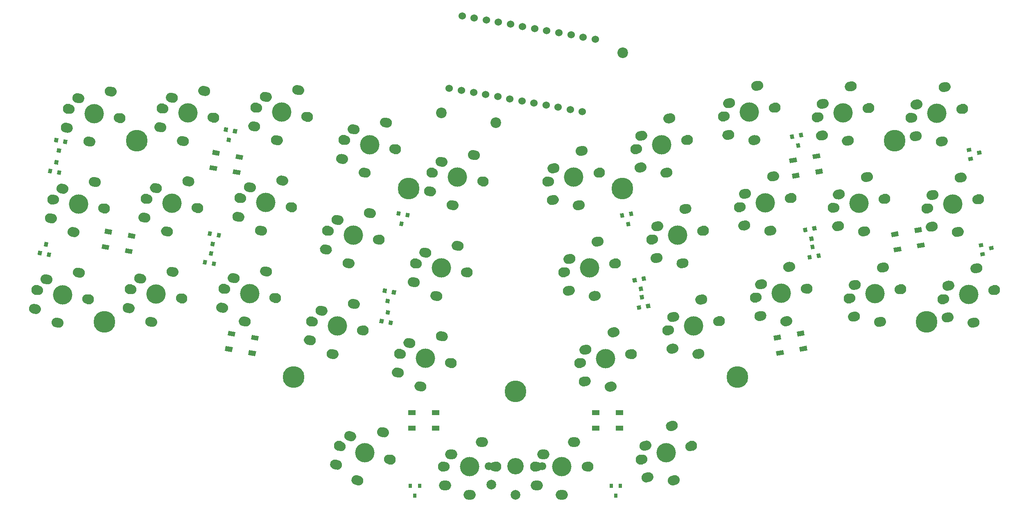
<source format=gbs>
G04 #@! TF.GenerationSoftware,KiCad,Pcbnew,(5.1.10-1-10_14)*
G04 #@! TF.CreationDate,2021-11-21T17:36:23-05:00*
G04 #@! TF.ProjectId,reviung34,72657669-756e-4673-9334-2e6b69636164,1*
G04 #@! TF.SameCoordinates,Original*
G04 #@! TF.FileFunction,Soldermask,Bot*
G04 #@! TF.FilePolarity,Negative*
%FSLAX46Y46*%
G04 Gerber Fmt 4.6, Leading zero omitted, Abs format (unit mm)*
G04 Created by KiCad (PCBNEW (5.1.10-1-10_14)) date 2021-11-21 17:36:23*
%MOMM*%
%LPD*%
G01*
G04 APERTURE LIST*
%ADD10C,0.150000*%
%ADD11C,1.700000*%
%ADD12C,2.000000*%
%ADD13C,3.400000*%
%ADD14C,4.000000*%
%ADD15C,2.100000*%
%ADD16C,1.900000*%
%ADD17C,1.524000*%
%ADD18O,2.500000X2.000000*%
%ADD19R,0.800000X0.900000*%
%ADD20R,1.500000X1.000000*%
%ADD21C,2.200000*%
%ADD22C,4.500000*%
G04 APERTURE END LIST*
D10*
G36*
X43278329Y-63030415D02*
G01*
X42490483Y-62891496D01*
X42646767Y-62005169D01*
X43434613Y-62144088D01*
X43278329Y-63030415D01*
G37*
G36*
X41995465Y-64835065D02*
G01*
X41207619Y-64696146D01*
X41363903Y-63809819D01*
X42151749Y-63948738D01*
X41995465Y-64835065D01*
G37*
G36*
X43866600Y-65164997D02*
G01*
X43078754Y-65026078D01*
X43235038Y-64139751D01*
X44022884Y-64278670D01*
X43866600Y-65164997D01*
G37*
D11*
X143370000Y-125460000D03*
X132370000Y-125460000D03*
D12*
X132870000Y-129260000D03*
X137870000Y-131360000D03*
D13*
X137870000Y-125460000D03*
G36*
G01*
X82639243Y-54878085D02*
X82639243Y-54878085D01*
G75*
G02*
X83797699Y-54066925I984808J-173648D01*
G01*
X84290103Y-54153749D01*
G75*
G02*
X85101263Y-55312205I-173648J-984808D01*
G01*
X85101263Y-55312205D01*
G75*
G02*
X83942807Y-56123365I-984808J173648D01*
G01*
X83450403Y-56036541D01*
G75*
G02*
X82639243Y-54878085I173648J984808D01*
G01*
G37*
D14*
X89570000Y-52140000D03*
D15*
X84153557Y-51184935D03*
X94986443Y-53095065D03*
G36*
G01*
X87314466Y-57733306D02*
X87314466Y-57733306D01*
G75*
G02*
X88472922Y-56922146I984808J-173648D01*
G01*
X88965326Y-57008970D01*
G75*
G02*
X89776486Y-58167426I-173648J-984808D01*
G01*
X89776486Y-58167426D01*
G75*
G02*
X88618030Y-58978586I-984808J173648D01*
G01*
X88125626Y-58891762D01*
G75*
G02*
X87314466Y-57733306I173648J984808D01*
G01*
G37*
G36*
G01*
X91722534Y-47361183D02*
X91722534Y-47361183D01*
G75*
G02*
X92880990Y-46550023I984808J-173648D01*
G01*
X93373394Y-46636847D01*
G75*
G02*
X94184554Y-47795303I-173648J-984808D01*
G01*
X94184554Y-47795303D01*
G75*
G02*
X93026098Y-48606463I-984808J173648D01*
G01*
X92533694Y-48519639D01*
G75*
G02*
X91722534Y-47361183I173648J984808D01*
G01*
G37*
G36*
G01*
X85027939Y-48759929D02*
X85027939Y-48759929D01*
G75*
G02*
X86186395Y-47948769I984808J-173648D01*
G01*
X86678799Y-48035593D01*
G75*
G02*
X87489959Y-49194049I-173648J-984808D01*
G01*
X87489959Y-49194049D01*
G75*
G02*
X86331503Y-50005209I-984808J173648D01*
G01*
X85839099Y-49918385D01*
G75*
G02*
X85027939Y-48759929I173648J984808D01*
G01*
G37*
D16*
X94572823Y-53022133D03*
X84567177Y-51257867D03*
D17*
X124212234Y-47170930D03*
X126713646Y-47611996D03*
X129215057Y-48053063D03*
X131716469Y-48494129D03*
X134217881Y-48935195D03*
X136719292Y-49376262D03*
X139220704Y-49817328D03*
X141722116Y-50258395D03*
X144223527Y-50699461D03*
X146724939Y-51140527D03*
X149226351Y-51581594D03*
X151727762Y-52022660D03*
X154370688Y-37033886D03*
X151869276Y-36592820D03*
X149367864Y-36151753D03*
X146866453Y-35710687D03*
X144365041Y-35269621D03*
X141863629Y-34828554D03*
X139362218Y-34387488D03*
X136860806Y-33946421D03*
X134359394Y-33505355D03*
X131857982Y-33064289D03*
X129356571Y-32623222D03*
X126855159Y-32182156D03*
G36*
G01*
X180683698Y-57063416D02*
X180683698Y-57063416D01*
G75*
G02*
X181494858Y-55904960I984808J173648D01*
G01*
X181987262Y-55818136D01*
G75*
G02*
X183145718Y-56629296I173648J-984808D01*
G01*
X183145718Y-56629296D01*
G75*
G02*
X182334558Y-57787752I-984808J-173648D01*
G01*
X181842154Y-57874576D01*
G75*
G02*
X180683698Y-57063416I-173648J984808D01*
G01*
G37*
D14*
X186260000Y-52120000D03*
D15*
X180843557Y-53075065D03*
X191676443Y-51164935D03*
G36*
G01*
X186053514Y-58147426D02*
X186053514Y-58147426D01*
G75*
G02*
X186864674Y-56988970I984808J173648D01*
G01*
X187357078Y-56902146D01*
G75*
G02*
X188515534Y-57713306I173648J-984808D01*
G01*
X188515534Y-57713306D01*
G75*
G02*
X187704374Y-58871762I-984808J-173648D01*
G01*
X187211970Y-58958586D01*
G75*
G02*
X186053514Y-58147426I-173648J984808D01*
G01*
G37*
G36*
G01*
X186648269Y-46893170D02*
X186648269Y-46893170D01*
G75*
G02*
X187459429Y-45734714I984808J173648D01*
G01*
X187951833Y-45647890D01*
G75*
G02*
X189110289Y-46459050I173648J-984808D01*
G01*
X189110289Y-46459050D01*
G75*
G02*
X188299129Y-47617506I-984808J-173648D01*
G01*
X187806725Y-47704330D01*
G75*
G02*
X186648269Y-46893170I-173648J984808D01*
G01*
G37*
G36*
G01*
X180835806Y-50497248D02*
X180835806Y-50497248D01*
G75*
G02*
X181646966Y-49338792I984808J173648D01*
G01*
X182139370Y-49251968D01*
G75*
G02*
X183297826Y-50063128I173648J-984808D01*
G01*
X183297826Y-50063128D01*
G75*
G02*
X182486666Y-51221584I-984808J-173648D01*
G01*
X181994262Y-51308408D01*
G75*
G02*
X180835806Y-50497248I-173648J984808D01*
G01*
G37*
D16*
X191262823Y-51237867D03*
X181257177Y-53002133D03*
G36*
G01*
X163965766Y-128070612D02*
X163965766Y-128070612D01*
G75*
G02*
X164672873Y-126845867I965926J258819D01*
G01*
X165155835Y-126716457D01*
G75*
G02*
X166380580Y-127423564I258819J-965926D01*
G01*
X166380580Y-127423564D01*
G75*
G02*
X165673473Y-128648309I-965926J-258819D01*
G01*
X165190511Y-128777719D01*
G75*
G02*
X163965766Y-128070612I-258819J965926D01*
G01*
G37*
D14*
X169090000Y-122660000D03*
D15*
X163777408Y-124083505D03*
X174402592Y-121236495D03*
G36*
G01*
X169409625Y-128682486D02*
X169409625Y-128682486D01*
G75*
G02*
X170116732Y-127457741I965926J258819D01*
G01*
X170599694Y-127328331D01*
G75*
G02*
X171824439Y-128035438I258819J-965926D01*
G01*
X171824439Y-128035438D01*
G75*
G02*
X171117332Y-129260183I-965926J-258819D01*
G01*
X170634370Y-129389593D01*
G75*
G02*
X169409625Y-128682486I-258819J965926D01*
G01*
G37*
G36*
G01*
X169021244Y-117419220D02*
X169021244Y-117419220D01*
G75*
G02*
X169728351Y-116194475I965926J258819D01*
G01*
X170211313Y-116065065D01*
G75*
G02*
X171436058Y-116772172I258819J-965926D01*
G01*
X171436058Y-116772172D01*
G75*
G02*
X170728951Y-117996917I-965926J-258819D01*
G01*
X170245989Y-118126327D01*
G75*
G02*
X169021244Y-117419220I-258819J965926D01*
G01*
G37*
G36*
G01*
X163545015Y-121516173D02*
X163545015Y-121516173D01*
G75*
G02*
X164252122Y-120291428I965926J258819D01*
G01*
X164735084Y-120162018D01*
G75*
G02*
X165959829Y-120869125I258819J-965926D01*
G01*
X165959829Y-120869125D01*
G75*
G02*
X165252722Y-122093870I-965926J-258819D01*
G01*
X164769760Y-122223280D01*
G75*
G02*
X163545015Y-121516173I-258819J965926D01*
G01*
G37*
D16*
X173996903Y-121345199D03*
X164183097Y-123974801D03*
D18*
X142330000Y-129400000D03*
D14*
X147430000Y-125500000D03*
D15*
X141930000Y-125500000D03*
X152930000Y-125500000D03*
D18*
X147430000Y-131400000D03*
X149970000Y-120420000D03*
X143620000Y-122960000D03*
D16*
X152510000Y-125500000D03*
X142350000Y-125500000D03*
D18*
X123290000Y-129400000D03*
D14*
X128390000Y-125500000D03*
D15*
X122890000Y-125500000D03*
X133890000Y-125500000D03*
D18*
X128390000Y-131400000D03*
X130930000Y-120420000D03*
X124580000Y-122960000D03*
D16*
X133470000Y-125500000D03*
X123310000Y-125500000D03*
D10*
G36*
X235919304Y-80742817D02*
G01*
X235780385Y-79954971D01*
X236666712Y-79798687D01*
X236805631Y-80586533D01*
X235919304Y-80742817D01*
G37*
G36*
X233784722Y-80154546D02*
G01*
X233645803Y-79366700D01*
X234532130Y-79210416D01*
X234671049Y-79998262D01*
X233784722Y-80154546D01*
G37*
G36*
X234114654Y-82025681D02*
G01*
X233975735Y-81237835D01*
X234862062Y-81081551D01*
X235000981Y-81869397D01*
X234114654Y-82025681D01*
G37*
G36*
X233430104Y-60994317D02*
G01*
X233291185Y-60206471D01*
X234177512Y-60050187D01*
X234316431Y-60838033D01*
X233430104Y-60994317D01*
G37*
G36*
X231295522Y-60406046D02*
G01*
X231156603Y-59618200D01*
X232042930Y-59461916D01*
X232181849Y-60249762D01*
X231295522Y-60406046D01*
G37*
G36*
X231625454Y-62277181D02*
G01*
X231486535Y-61489335D01*
X232372862Y-61333051D01*
X232511781Y-62120897D01*
X231625454Y-62277181D01*
G37*
G36*
X199767217Y-80417496D02*
G01*
X198979371Y-80556415D01*
X198823087Y-79670088D01*
X199610933Y-79531169D01*
X199767217Y-80417496D01*
G37*
G36*
X199178946Y-82552078D02*
G01*
X198391100Y-82690997D01*
X198234816Y-81804670D01*
X199022662Y-81665751D01*
X199178946Y-82552078D01*
G37*
G36*
X201050081Y-82222146D02*
G01*
X200262235Y-82361065D01*
X200105951Y-81474738D01*
X200893797Y-81335819D01*
X201050081Y-82222146D01*
G37*
G36*
X164512017Y-90831496D02*
G01*
X163724171Y-90970415D01*
X163567887Y-90084088D01*
X164355733Y-89945169D01*
X164512017Y-90831496D01*
G37*
G36*
X163923746Y-92966078D02*
G01*
X163135900Y-93104997D01*
X162979616Y-92218670D01*
X163767462Y-92079751D01*
X163923746Y-92966078D01*
G37*
G36*
X165794881Y-92636146D02*
G01*
X165007035Y-92775065D01*
X164850751Y-91888738D01*
X165638597Y-91749819D01*
X165794881Y-92636146D01*
G37*
G36*
X198636983Y-77956704D02*
G01*
X199424829Y-77817785D01*
X199581113Y-78704112D01*
X198793267Y-78843031D01*
X198636983Y-77956704D01*
G37*
G36*
X199225254Y-75822122D02*
G01*
X200013100Y-75683203D01*
X200169384Y-76569530D01*
X199381538Y-76708449D01*
X199225254Y-75822122D01*
G37*
G36*
X197354119Y-76152054D02*
G01*
X198141965Y-76013135D01*
X198298249Y-76899462D01*
X197510403Y-77038381D01*
X197354119Y-76152054D01*
G37*
G36*
X163343683Y-88358004D02*
G01*
X164131529Y-88219085D01*
X164287813Y-89105412D01*
X163499967Y-89244331D01*
X163343683Y-88358004D01*
G37*
G36*
X163931954Y-86223422D02*
G01*
X164719800Y-86084503D01*
X164876084Y-86970830D01*
X164088238Y-87109749D01*
X163931954Y-86223422D01*
G37*
G36*
X162060819Y-86553354D02*
G01*
X162848665Y-86414435D01*
X163004949Y-87300762D01*
X162217103Y-87439681D01*
X162060819Y-86553354D01*
G37*
G36*
X195893783Y-58652704D02*
G01*
X196681629Y-58513785D01*
X196837913Y-59400112D01*
X196050067Y-59539031D01*
X195893783Y-58652704D01*
G37*
G36*
X196482054Y-56518122D02*
G01*
X197269900Y-56379203D01*
X197426184Y-57265530D01*
X196638338Y-57404449D01*
X196482054Y-56518122D01*
G37*
G36*
X194610919Y-56848054D02*
G01*
X195398765Y-56709135D01*
X195555049Y-57595462D01*
X194767203Y-57734381D01*
X194610919Y-56848054D01*
G37*
G36*
X160752883Y-74946804D02*
G01*
X161540729Y-74807885D01*
X161697013Y-75694212D01*
X160909167Y-75833131D01*
X160752883Y-74946804D01*
G37*
G36*
X161341154Y-72812222D02*
G01*
X162129000Y-72673303D01*
X162285284Y-73559630D01*
X161497438Y-73698549D01*
X161341154Y-72812222D01*
G37*
G36*
X159470019Y-73142154D02*
G01*
X160257865Y-73003235D01*
X160414149Y-73889562D01*
X159626303Y-74028481D01*
X159470019Y-73142154D01*
G37*
G36*
X111807529Y-94120015D02*
G01*
X111019683Y-93981096D01*
X111175967Y-93094769D01*
X111963813Y-93233688D01*
X111807529Y-94120015D01*
G37*
G36*
X110524665Y-95924665D02*
G01*
X109736819Y-95785746D01*
X109893103Y-94899419D01*
X110680949Y-95038338D01*
X110524665Y-95924665D01*
G37*
G36*
X112395800Y-96254597D02*
G01*
X111607954Y-96115678D01*
X111764238Y-95229351D01*
X112552084Y-95368270D01*
X112395800Y-96254597D01*
G37*
G36*
X111146171Y-90720985D02*
G01*
X111934017Y-90859904D01*
X111777733Y-91746231D01*
X110989887Y-91607312D01*
X111146171Y-90720985D01*
G37*
G36*
X112429035Y-88916335D02*
G01*
X113216881Y-89055254D01*
X113060597Y-89941581D01*
X112272751Y-89802662D01*
X112429035Y-88916335D01*
G37*
G36*
X110557900Y-88586403D02*
G01*
X111345746Y-88725322D01*
X111189462Y-89611649D01*
X110401616Y-89472730D01*
X110557900Y-88586403D01*
G37*
G36*
X113990971Y-74744385D02*
G01*
X114778817Y-74883304D01*
X114622533Y-75769631D01*
X113834687Y-75630712D01*
X113990971Y-74744385D01*
G37*
G36*
X115273835Y-72939735D02*
G01*
X116061681Y-73078654D01*
X115905397Y-73964981D01*
X115117551Y-73826062D01*
X115273835Y-72939735D01*
G37*
G36*
X113402700Y-72609803D02*
G01*
X114190546Y-72748722D01*
X114034262Y-73635049D01*
X113246416Y-73496130D01*
X113402700Y-72609803D01*
G37*
G36*
G01*
X99586977Y-124793610D02*
X99586977Y-124793610D01*
G75*
G02*
X100811722Y-124086503I965926J-258819D01*
G01*
X101294684Y-124215913D01*
G75*
G02*
X102001791Y-125440658I-258819J-965926D01*
G01*
X102001791Y-125440658D01*
G75*
G02*
X100777046Y-126147765I-965926J258819D01*
G01*
X100294084Y-126018355D01*
G75*
G02*
X99586977Y-124793610I258819J965926D01*
G01*
G37*
D14*
X106730000Y-122670000D03*
D15*
X101417408Y-121246495D03*
X112042592Y-124093505D03*
G36*
G01*
X103995561Y-128045438D02*
X103995561Y-128045438D01*
G75*
G02*
X105220306Y-127338331I965926J-258819D01*
G01*
X105703268Y-127467741D01*
G75*
G02*
X106410375Y-128692486I-258819J-965926D01*
G01*
X106410375Y-128692486D01*
G75*
G02*
X105185630Y-129399593I-965926J258819D01*
G01*
X104702668Y-129270183D01*
G75*
G02*
X103995561Y-128045438I258819J965926D01*
G01*
G37*
G36*
G01*
X109290845Y-118096973D02*
X109290845Y-118096973D01*
G75*
G02*
X110515590Y-117389866I965926J-258819D01*
G01*
X110998552Y-117519276D01*
G75*
G02*
X111705659Y-118744021I-258819J-965926D01*
G01*
X111705659Y-118744021D01*
G75*
G02*
X110480914Y-119451128I-965926J258819D01*
G01*
X109997952Y-119321718D01*
G75*
G02*
X109290845Y-118096973I258819J965926D01*
G01*
G37*
G36*
G01*
X102499816Y-118906924D02*
X102499816Y-118906924D01*
G75*
G02*
X103724561Y-118199817I965926J-258819D01*
G01*
X104207523Y-118329227D01*
G75*
G02*
X104914630Y-119553972I-258819J-965926D01*
G01*
X104914630Y-119553972D01*
G75*
G02*
X103689885Y-120261079I-965926J258819D01*
G01*
X103206923Y-120131669D01*
G75*
G02*
X102499816Y-118906924I258819J965926D01*
G01*
G37*
D16*
X111636903Y-123984801D03*
X101823097Y-121355199D03*
D19*
X158625600Y-131500000D03*
X159575600Y-129500000D03*
X157675600Y-129500000D03*
X117100000Y-131500000D03*
X118050000Y-129500000D03*
X116150000Y-129500000D03*
D10*
G36*
X75256929Y-81915315D02*
G01*
X74469083Y-81776396D01*
X74625367Y-80890069D01*
X75413213Y-81028988D01*
X75256929Y-81915315D01*
G37*
G36*
X73974065Y-83719965D02*
G01*
X73186219Y-83581046D01*
X73342503Y-82694719D01*
X74130349Y-82833638D01*
X73974065Y-83719965D01*
G37*
G36*
X75845200Y-84049897D02*
G01*
X75057354Y-83910978D01*
X75213638Y-83024651D01*
X76001484Y-83163570D01*
X75845200Y-84049897D01*
G37*
G36*
X41119329Y-80023015D02*
G01*
X40331483Y-79884096D01*
X40487767Y-78997769D01*
X41275613Y-79136688D01*
X41119329Y-80023015D01*
G37*
G36*
X39836465Y-81827665D02*
G01*
X39048619Y-81688746D01*
X39204903Y-80802419D01*
X39992749Y-80941338D01*
X39836465Y-81827665D01*
G37*
G36*
X41707600Y-82157597D02*
G01*
X40919754Y-82018678D01*
X41076038Y-81132351D01*
X41863884Y-81271270D01*
X41707600Y-82157597D01*
G37*
G36*
X74938471Y-78922685D02*
G01*
X75726317Y-79061604D01*
X75570033Y-79947931D01*
X74782187Y-79809012D01*
X74938471Y-78922685D01*
G37*
G36*
X76221335Y-77118035D02*
G01*
X77009181Y-77256954D01*
X76852897Y-78143281D01*
X76065051Y-78004362D01*
X76221335Y-77118035D01*
G37*
G36*
X74350200Y-76788103D02*
G01*
X75138046Y-76927022D01*
X74981762Y-77813349D01*
X74193916Y-77674430D01*
X74350200Y-76788103D01*
G37*
G36*
X78291271Y-57370785D02*
G01*
X79079117Y-57509704D01*
X78922833Y-58396031D01*
X78134987Y-58257112D01*
X78291271Y-57370785D01*
G37*
G36*
X79574135Y-55566135D02*
G01*
X80361981Y-55705054D01*
X80205697Y-56591381D01*
X79417851Y-56452462D01*
X79574135Y-55566135D01*
G37*
G36*
X77703000Y-55236203D02*
G01*
X78490846Y-55375122D01*
X78334562Y-56261449D01*
X77546716Y-56122530D01*
X77703000Y-55236203D01*
G37*
G36*
X43175771Y-59567885D02*
G01*
X43963617Y-59706804D01*
X43807333Y-60593131D01*
X43019487Y-60454212D01*
X43175771Y-59567885D01*
G37*
G36*
X44458635Y-57763235D02*
G01*
X45246481Y-57902154D01*
X45090197Y-58788481D01*
X44302351Y-58649562D01*
X44458635Y-57763235D01*
G37*
G36*
X42587500Y-57433303D02*
G01*
X43375346Y-57572222D01*
X43219062Y-58458549D01*
X42431216Y-58319630D01*
X42587500Y-57433303D01*
G37*
G36*
G01*
X226013698Y-94853416D02*
X226013698Y-94853416D01*
G75*
G02*
X226824858Y-93694960I984808J173648D01*
G01*
X227317262Y-93608136D01*
G75*
G02*
X228475718Y-94419296I173648J-984808D01*
G01*
X228475718Y-94419296D01*
G75*
G02*
X227664558Y-95577752I-984808J-173648D01*
G01*
X227172154Y-95664576D01*
G75*
G02*
X226013698Y-94853416I-173648J984808D01*
G01*
G37*
D14*
X231590000Y-89910000D03*
D15*
X226173557Y-90865065D03*
X237006443Y-88954935D03*
G36*
G01*
X231383514Y-95937426D02*
X231383514Y-95937426D01*
G75*
G02*
X232194674Y-94778970I984808J173648D01*
G01*
X232687078Y-94692146D01*
G75*
G02*
X233845534Y-95503306I173648J-984808D01*
G01*
X233845534Y-95503306D01*
G75*
G02*
X233034374Y-96661762I-984808J-173648D01*
G01*
X232541970Y-96748586D01*
G75*
G02*
X231383514Y-95937426I-173648J984808D01*
G01*
G37*
G36*
G01*
X231978269Y-84683170D02*
X231978269Y-84683170D01*
G75*
G02*
X232789429Y-83524714I984808J173648D01*
G01*
X233281833Y-83437890D01*
G75*
G02*
X234440289Y-84249050I173648J-984808D01*
G01*
X234440289Y-84249050D01*
G75*
G02*
X233629129Y-85407506I-984808J-173648D01*
G01*
X233136725Y-85494330D01*
G75*
G02*
X231978269Y-84683170I-173648J984808D01*
G01*
G37*
G36*
G01*
X226165806Y-88287248D02*
X226165806Y-88287248D01*
G75*
G02*
X226976966Y-87128792I984808J173648D01*
G01*
X227469370Y-87041968D01*
G75*
G02*
X228627826Y-87853128I173648J-984808D01*
G01*
X228627826Y-87853128D01*
G75*
G02*
X227816666Y-89011584I-984808J-173648D01*
G01*
X227324262Y-89098408D01*
G75*
G02*
X226165806Y-88287248I-173648J984808D01*
G01*
G37*
D16*
X236592823Y-89027867D03*
X226587177Y-90792133D03*
G36*
G01*
X222743698Y-76073416D02*
X222743698Y-76073416D01*
G75*
G02*
X223554858Y-74914960I984808J173648D01*
G01*
X224047262Y-74828136D01*
G75*
G02*
X225205718Y-75639296I173648J-984808D01*
G01*
X225205718Y-75639296D01*
G75*
G02*
X224394558Y-76797752I-984808J-173648D01*
G01*
X223902154Y-76884576D01*
G75*
G02*
X222743698Y-76073416I-173648J984808D01*
G01*
G37*
D14*
X228320000Y-71130000D03*
D15*
X222903557Y-72085065D03*
X233736443Y-70174935D03*
G36*
G01*
X228113514Y-77157426D02*
X228113514Y-77157426D01*
G75*
G02*
X228924674Y-75998970I984808J173648D01*
G01*
X229417078Y-75912146D01*
G75*
G02*
X230575534Y-76723306I173648J-984808D01*
G01*
X230575534Y-76723306D01*
G75*
G02*
X229764374Y-77881762I-984808J-173648D01*
G01*
X229271970Y-77968586D01*
G75*
G02*
X228113514Y-77157426I-173648J984808D01*
G01*
G37*
G36*
G01*
X228708269Y-65903170D02*
X228708269Y-65903170D01*
G75*
G02*
X229519429Y-64744714I984808J173648D01*
G01*
X230011833Y-64657890D01*
G75*
G02*
X231170289Y-65469050I173648J-984808D01*
G01*
X231170289Y-65469050D01*
G75*
G02*
X230359129Y-66627506I-984808J-173648D01*
G01*
X229866725Y-66714330D01*
G75*
G02*
X228708269Y-65903170I-173648J984808D01*
G01*
G37*
G36*
G01*
X222895806Y-69507248D02*
X222895806Y-69507248D01*
G75*
G02*
X223706966Y-68348792I984808J173648D01*
G01*
X224199370Y-68261968D01*
G75*
G02*
X225357826Y-69073128I173648J-984808D01*
G01*
X225357826Y-69073128D01*
G75*
G02*
X224546666Y-70231584I-984808J-173648D01*
G01*
X224054262Y-70318408D01*
G75*
G02*
X222895806Y-69507248I-173648J984808D01*
G01*
G37*
D16*
X233322823Y-70247867D03*
X223317177Y-72012133D03*
G36*
G01*
X219433698Y-57333416D02*
X219433698Y-57333416D01*
G75*
G02*
X220244858Y-56174960I984808J173648D01*
G01*
X220737262Y-56088136D01*
G75*
G02*
X221895718Y-56899296I173648J-984808D01*
G01*
X221895718Y-56899296D01*
G75*
G02*
X221084558Y-58057752I-984808J-173648D01*
G01*
X220592154Y-58144576D01*
G75*
G02*
X219433698Y-57333416I-173648J984808D01*
G01*
G37*
D14*
X225010000Y-52390000D03*
D15*
X219593557Y-53345065D03*
X230426443Y-51434935D03*
G36*
G01*
X224803514Y-58417426D02*
X224803514Y-58417426D01*
G75*
G02*
X225614674Y-57258970I984808J173648D01*
G01*
X226107078Y-57172146D01*
G75*
G02*
X227265534Y-57983306I173648J-984808D01*
G01*
X227265534Y-57983306D01*
G75*
G02*
X226454374Y-59141762I-984808J-173648D01*
G01*
X225961970Y-59228586D01*
G75*
G02*
X224803514Y-58417426I-173648J984808D01*
G01*
G37*
G36*
G01*
X225398269Y-47163170D02*
X225398269Y-47163170D01*
G75*
G02*
X226209429Y-46004714I984808J173648D01*
G01*
X226701833Y-45917890D01*
G75*
G02*
X227860289Y-46729050I173648J-984808D01*
G01*
X227860289Y-46729050D01*
G75*
G02*
X227049129Y-47887506I-984808J-173648D01*
G01*
X226556725Y-47974330D01*
G75*
G02*
X225398269Y-47163170I-173648J984808D01*
G01*
G37*
G36*
G01*
X219585806Y-50767248D02*
X219585806Y-50767248D01*
G75*
G02*
X220396966Y-49608792I984808J173648D01*
G01*
X220889370Y-49521968D01*
G75*
G02*
X222047826Y-50333128I173648J-984808D01*
G01*
X222047826Y-50333128D01*
G75*
G02*
X221236666Y-51491584I-984808J-173648D01*
G01*
X220744262Y-51578408D01*
G75*
G02*
X219585806Y-50767248I-173648J984808D01*
G01*
G37*
D16*
X230012823Y-51507867D03*
X220007177Y-53272133D03*
G36*
G01*
X206673698Y-94693416D02*
X206673698Y-94693416D01*
G75*
G02*
X207484858Y-93534960I984808J173648D01*
G01*
X207977262Y-93448136D01*
G75*
G02*
X209135718Y-94259296I173648J-984808D01*
G01*
X209135718Y-94259296D01*
G75*
G02*
X208324558Y-95417752I-984808J-173648D01*
G01*
X207832154Y-95504576D01*
G75*
G02*
X206673698Y-94693416I-173648J984808D01*
G01*
G37*
D14*
X212250000Y-89750000D03*
D15*
X206833557Y-90705065D03*
X217666443Y-88794935D03*
G36*
G01*
X212043514Y-95777426D02*
X212043514Y-95777426D01*
G75*
G02*
X212854674Y-94618970I984808J173648D01*
G01*
X213347078Y-94532146D01*
G75*
G02*
X214505534Y-95343306I173648J-984808D01*
G01*
X214505534Y-95343306D01*
G75*
G02*
X213694374Y-96501762I-984808J-173648D01*
G01*
X213201970Y-96588586D01*
G75*
G02*
X212043514Y-95777426I-173648J984808D01*
G01*
G37*
G36*
G01*
X212638269Y-84523170D02*
X212638269Y-84523170D01*
G75*
G02*
X213449429Y-83364714I984808J173648D01*
G01*
X213941833Y-83277890D01*
G75*
G02*
X215100289Y-84089050I173648J-984808D01*
G01*
X215100289Y-84089050D01*
G75*
G02*
X214289129Y-85247506I-984808J-173648D01*
G01*
X213796725Y-85334330D01*
G75*
G02*
X212638269Y-84523170I-173648J984808D01*
G01*
G37*
G36*
G01*
X206825806Y-88127248D02*
X206825806Y-88127248D01*
G75*
G02*
X207636966Y-86968792I984808J173648D01*
G01*
X208129370Y-86881968D01*
G75*
G02*
X209287826Y-87693128I173648J-984808D01*
G01*
X209287826Y-87693128D01*
G75*
G02*
X208476666Y-88851584I-984808J-173648D01*
G01*
X207984262Y-88938408D01*
G75*
G02*
X206825806Y-88127248I-173648J984808D01*
G01*
G37*
D16*
X217252823Y-88867867D03*
X207247177Y-90632133D03*
G36*
G01*
X187293698Y-94563416D02*
X187293698Y-94563416D01*
G75*
G02*
X188104858Y-93404960I984808J173648D01*
G01*
X188597262Y-93318136D01*
G75*
G02*
X189755718Y-94129296I173648J-984808D01*
G01*
X189755718Y-94129296D01*
G75*
G02*
X188944558Y-95287752I-984808J-173648D01*
G01*
X188452154Y-95374576D01*
G75*
G02*
X187293698Y-94563416I-173648J984808D01*
G01*
G37*
D14*
X192870000Y-89620000D03*
D15*
X187453557Y-90575065D03*
X198286443Y-88664935D03*
G36*
G01*
X192663514Y-95647426D02*
X192663514Y-95647426D01*
G75*
G02*
X193474674Y-94488970I984808J173648D01*
G01*
X193967078Y-94402146D01*
G75*
G02*
X195125534Y-95213306I173648J-984808D01*
G01*
X195125534Y-95213306D01*
G75*
G02*
X194314374Y-96371762I-984808J-173648D01*
G01*
X193821970Y-96458586D01*
G75*
G02*
X192663514Y-95647426I-173648J984808D01*
G01*
G37*
G36*
G01*
X193258269Y-84393170D02*
X193258269Y-84393170D01*
G75*
G02*
X194069429Y-83234714I984808J173648D01*
G01*
X194561833Y-83147890D01*
G75*
G02*
X195720289Y-83959050I173648J-984808D01*
G01*
X195720289Y-83959050D01*
G75*
G02*
X194909129Y-85117506I-984808J-173648D01*
G01*
X194416725Y-85204330D01*
G75*
G02*
X193258269Y-84393170I-173648J984808D01*
G01*
G37*
G36*
G01*
X187445806Y-87997248D02*
X187445806Y-87997248D01*
G75*
G02*
X188256966Y-86838792I984808J173648D01*
G01*
X188749370Y-86751968D01*
G75*
G02*
X189907826Y-87563128I173648J-984808D01*
G01*
X189907826Y-87563128D01*
G75*
G02*
X189096666Y-88721584I-984808J-173648D01*
G01*
X188604262Y-88808408D01*
G75*
G02*
X187445806Y-87997248I-173648J984808D01*
G01*
G37*
D16*
X197872823Y-88737867D03*
X187867177Y-90502133D03*
G36*
G01*
X169123698Y-101323416D02*
X169123698Y-101323416D01*
G75*
G02*
X169934858Y-100164960I984808J173648D01*
G01*
X170427262Y-100078136D01*
G75*
G02*
X171585718Y-100889296I173648J-984808D01*
G01*
X171585718Y-100889296D01*
G75*
G02*
X170774558Y-102047752I-984808J-173648D01*
G01*
X170282154Y-102134576D01*
G75*
G02*
X169123698Y-101323416I-173648J984808D01*
G01*
G37*
D14*
X174700000Y-96380000D03*
D15*
X169283557Y-97335065D03*
X180116443Y-95424935D03*
G36*
G01*
X174493514Y-102407426D02*
X174493514Y-102407426D01*
G75*
G02*
X175304674Y-101248970I984808J173648D01*
G01*
X175797078Y-101162146D01*
G75*
G02*
X176955534Y-101973306I173648J-984808D01*
G01*
X176955534Y-101973306D01*
G75*
G02*
X176144374Y-103131762I-984808J-173648D01*
G01*
X175651970Y-103218586D01*
G75*
G02*
X174493514Y-102407426I-173648J984808D01*
G01*
G37*
G36*
G01*
X175088269Y-91153170D02*
X175088269Y-91153170D01*
G75*
G02*
X175899429Y-89994714I984808J173648D01*
G01*
X176391833Y-89907890D01*
G75*
G02*
X177550289Y-90719050I173648J-984808D01*
G01*
X177550289Y-90719050D01*
G75*
G02*
X176739129Y-91877506I-984808J-173648D01*
G01*
X176246725Y-91964330D01*
G75*
G02*
X175088269Y-91153170I-173648J984808D01*
G01*
G37*
G36*
G01*
X169275806Y-94757248D02*
X169275806Y-94757248D01*
G75*
G02*
X170086966Y-93598792I984808J173648D01*
G01*
X170579370Y-93511968D01*
G75*
G02*
X171737826Y-94323128I173648J-984808D01*
G01*
X171737826Y-94323128D01*
G75*
G02*
X170926666Y-95481584I-984808J-173648D01*
G01*
X170434262Y-95568408D01*
G75*
G02*
X169275806Y-94757248I-173648J984808D01*
G01*
G37*
D16*
X179702823Y-95497867D03*
X169697177Y-97262133D03*
G36*
G01*
X150973698Y-108103416D02*
X150973698Y-108103416D01*
G75*
G02*
X151784858Y-106944960I984808J173648D01*
G01*
X152277262Y-106858136D01*
G75*
G02*
X153435718Y-107669296I173648J-984808D01*
G01*
X153435718Y-107669296D01*
G75*
G02*
X152624558Y-108827752I-984808J-173648D01*
G01*
X152132154Y-108914576D01*
G75*
G02*
X150973698Y-108103416I-173648J984808D01*
G01*
G37*
D14*
X156550000Y-103160000D03*
D15*
X151133557Y-104115065D03*
X161966443Y-102204935D03*
G36*
G01*
X156343514Y-109187426D02*
X156343514Y-109187426D01*
G75*
G02*
X157154674Y-108028970I984808J173648D01*
G01*
X157647078Y-107942146D01*
G75*
G02*
X158805534Y-108753306I173648J-984808D01*
G01*
X158805534Y-108753306D01*
G75*
G02*
X157994374Y-109911762I-984808J-173648D01*
G01*
X157501970Y-109998586D01*
G75*
G02*
X156343514Y-109187426I-173648J984808D01*
G01*
G37*
G36*
G01*
X156938269Y-97933170D02*
X156938269Y-97933170D01*
G75*
G02*
X157749429Y-96774714I984808J173648D01*
G01*
X158241833Y-96687890D01*
G75*
G02*
X159400289Y-97499050I173648J-984808D01*
G01*
X159400289Y-97499050D01*
G75*
G02*
X158589129Y-98657506I-984808J-173648D01*
G01*
X158096725Y-98744330D01*
G75*
G02*
X156938269Y-97933170I-173648J984808D01*
G01*
G37*
G36*
G01*
X151125806Y-101537248D02*
X151125806Y-101537248D01*
G75*
G02*
X151936966Y-100378792I984808J173648D01*
G01*
X152429370Y-100291968D01*
G75*
G02*
X153587826Y-101103128I173648J-984808D01*
G01*
X153587826Y-101103128D01*
G75*
G02*
X152776666Y-102261584I-984808J-173648D01*
G01*
X152284262Y-102348408D01*
G75*
G02*
X151125806Y-101537248I-173648J984808D01*
G01*
G37*
D16*
X161552823Y-102277867D03*
X151547177Y-104042133D03*
G36*
G01*
X203373698Y-75953416D02*
X203373698Y-75953416D01*
G75*
G02*
X204184858Y-74794960I984808J173648D01*
G01*
X204677262Y-74708136D01*
G75*
G02*
X205835718Y-75519296I173648J-984808D01*
G01*
X205835718Y-75519296D01*
G75*
G02*
X205024558Y-76677752I-984808J-173648D01*
G01*
X204532154Y-76764576D01*
G75*
G02*
X203373698Y-75953416I-173648J984808D01*
G01*
G37*
D14*
X208950000Y-71010000D03*
D15*
X203533557Y-71965065D03*
X214366443Y-70054935D03*
G36*
G01*
X208743514Y-77037426D02*
X208743514Y-77037426D01*
G75*
G02*
X209554674Y-75878970I984808J173648D01*
G01*
X210047078Y-75792146D01*
G75*
G02*
X211205534Y-76603306I173648J-984808D01*
G01*
X211205534Y-76603306D01*
G75*
G02*
X210394374Y-77761762I-984808J-173648D01*
G01*
X209901970Y-77848586D01*
G75*
G02*
X208743514Y-77037426I-173648J984808D01*
G01*
G37*
G36*
G01*
X209338269Y-65783170D02*
X209338269Y-65783170D01*
G75*
G02*
X210149429Y-64624714I984808J173648D01*
G01*
X210641833Y-64537890D01*
G75*
G02*
X211800289Y-65349050I173648J-984808D01*
G01*
X211800289Y-65349050D01*
G75*
G02*
X210989129Y-66507506I-984808J-173648D01*
G01*
X210496725Y-66594330D01*
G75*
G02*
X209338269Y-65783170I-173648J984808D01*
G01*
G37*
G36*
G01*
X203525806Y-69387248D02*
X203525806Y-69387248D01*
G75*
G02*
X204336966Y-68228792I984808J173648D01*
G01*
X204829370Y-68141968D01*
G75*
G02*
X205987826Y-68953128I173648J-984808D01*
G01*
X205987826Y-68953128D01*
G75*
G02*
X205176666Y-70111584I-984808J-173648D01*
G01*
X204684262Y-70198408D01*
G75*
G02*
X203525806Y-69387248I-173648J984808D01*
G01*
G37*
D16*
X213952823Y-70127867D03*
X203947177Y-71892133D03*
G36*
G01*
X183973698Y-75823416D02*
X183973698Y-75823416D01*
G75*
G02*
X184784858Y-74664960I984808J173648D01*
G01*
X185277262Y-74578136D01*
G75*
G02*
X186435718Y-75389296I173648J-984808D01*
G01*
X186435718Y-75389296D01*
G75*
G02*
X185624558Y-76547752I-984808J-173648D01*
G01*
X185132154Y-76634576D01*
G75*
G02*
X183973698Y-75823416I-173648J984808D01*
G01*
G37*
D14*
X189550000Y-70880000D03*
D15*
X184133557Y-71835065D03*
X194966443Y-69924935D03*
G36*
G01*
X189343514Y-76907426D02*
X189343514Y-76907426D01*
G75*
G02*
X190154674Y-75748970I984808J173648D01*
G01*
X190647078Y-75662146D01*
G75*
G02*
X191805534Y-76473306I173648J-984808D01*
G01*
X191805534Y-76473306D01*
G75*
G02*
X190994374Y-77631762I-984808J-173648D01*
G01*
X190501970Y-77718586D01*
G75*
G02*
X189343514Y-76907426I-173648J984808D01*
G01*
G37*
G36*
G01*
X189938269Y-65653170D02*
X189938269Y-65653170D01*
G75*
G02*
X190749429Y-64494714I984808J173648D01*
G01*
X191241833Y-64407890D01*
G75*
G02*
X192400289Y-65219050I173648J-984808D01*
G01*
X192400289Y-65219050D01*
G75*
G02*
X191589129Y-66377506I-984808J-173648D01*
G01*
X191096725Y-66464330D01*
G75*
G02*
X189938269Y-65653170I-173648J984808D01*
G01*
G37*
G36*
G01*
X184125806Y-69257248D02*
X184125806Y-69257248D01*
G75*
G02*
X184936966Y-68098792I984808J173648D01*
G01*
X185429370Y-68011968D01*
G75*
G02*
X186587826Y-68823128I173648J-984808D01*
G01*
X186587826Y-68823128D01*
G75*
G02*
X185776666Y-69981584I-984808J-173648D01*
G01*
X185284262Y-70068408D01*
G75*
G02*
X184125806Y-69257248I-173648J984808D01*
G01*
G37*
D16*
X194552823Y-69997867D03*
X184547177Y-71762133D03*
G36*
G01*
X165833698Y-82553416D02*
X165833698Y-82553416D01*
G75*
G02*
X166644858Y-81394960I984808J173648D01*
G01*
X167137262Y-81308136D01*
G75*
G02*
X168295718Y-82119296I173648J-984808D01*
G01*
X168295718Y-82119296D01*
G75*
G02*
X167484558Y-83277752I-984808J-173648D01*
G01*
X166992154Y-83364576D01*
G75*
G02*
X165833698Y-82553416I-173648J984808D01*
G01*
G37*
D14*
X171410000Y-77610000D03*
D15*
X165993557Y-78565065D03*
X176826443Y-76654935D03*
G36*
G01*
X171203514Y-83637426D02*
X171203514Y-83637426D01*
G75*
G02*
X172014674Y-82478970I984808J173648D01*
G01*
X172507078Y-82392146D01*
G75*
G02*
X173665534Y-83203306I173648J-984808D01*
G01*
X173665534Y-83203306D01*
G75*
G02*
X172854374Y-84361762I-984808J-173648D01*
G01*
X172361970Y-84448586D01*
G75*
G02*
X171203514Y-83637426I-173648J984808D01*
G01*
G37*
G36*
G01*
X171798269Y-72383170D02*
X171798269Y-72383170D01*
G75*
G02*
X172609429Y-71224714I984808J173648D01*
G01*
X173101833Y-71137890D01*
G75*
G02*
X174260289Y-71949050I173648J-984808D01*
G01*
X174260289Y-71949050D01*
G75*
G02*
X173449129Y-73107506I-984808J-173648D01*
G01*
X172956725Y-73194330D01*
G75*
G02*
X171798269Y-72383170I-173648J984808D01*
G01*
G37*
G36*
G01*
X165985806Y-75987248D02*
X165985806Y-75987248D01*
G75*
G02*
X166796966Y-74828792I984808J173648D01*
G01*
X167289370Y-74741968D01*
G75*
G02*
X168447826Y-75553128I173648J-984808D01*
G01*
X168447826Y-75553128D01*
G75*
G02*
X167636666Y-76711584I-984808J-173648D01*
G01*
X167144262Y-76798408D01*
G75*
G02*
X165985806Y-75987248I-173648J984808D01*
G01*
G37*
D16*
X176412823Y-76727867D03*
X166407177Y-78492133D03*
G36*
G01*
X147673698Y-89323416D02*
X147673698Y-89323416D01*
G75*
G02*
X148484858Y-88164960I984808J173648D01*
G01*
X148977262Y-88078136D01*
G75*
G02*
X150135718Y-88889296I173648J-984808D01*
G01*
X150135718Y-88889296D01*
G75*
G02*
X149324558Y-90047752I-984808J-173648D01*
G01*
X148832154Y-90134576D01*
G75*
G02*
X147673698Y-89323416I-173648J984808D01*
G01*
G37*
D14*
X153250000Y-84380000D03*
D15*
X147833557Y-85335065D03*
X158666443Y-83424935D03*
G36*
G01*
X153043514Y-90407426D02*
X153043514Y-90407426D01*
G75*
G02*
X153854674Y-89248970I984808J173648D01*
G01*
X154347078Y-89162146D01*
G75*
G02*
X155505534Y-89973306I173648J-984808D01*
G01*
X155505534Y-89973306D01*
G75*
G02*
X154694374Y-91131762I-984808J-173648D01*
G01*
X154201970Y-91218586D01*
G75*
G02*
X153043514Y-90407426I-173648J984808D01*
G01*
G37*
G36*
G01*
X153638269Y-79153170D02*
X153638269Y-79153170D01*
G75*
G02*
X154449429Y-77994714I984808J173648D01*
G01*
X154941833Y-77907890D01*
G75*
G02*
X156100289Y-78719050I173648J-984808D01*
G01*
X156100289Y-78719050D01*
G75*
G02*
X155289129Y-79877506I-984808J-173648D01*
G01*
X154796725Y-79964330D01*
G75*
G02*
X153638269Y-79153170I-173648J984808D01*
G01*
G37*
G36*
G01*
X147825806Y-82757248D02*
X147825806Y-82757248D01*
G75*
G02*
X148636966Y-81598792I984808J173648D01*
G01*
X149129370Y-81511968D01*
G75*
G02*
X150287826Y-82323128I173648J-984808D01*
G01*
X150287826Y-82323128D01*
G75*
G02*
X149476666Y-83481584I-984808J-173648D01*
G01*
X148984262Y-83568408D01*
G75*
G02*
X147825806Y-82757248I-173648J984808D01*
G01*
G37*
D16*
X158252823Y-83497867D03*
X148247177Y-85262133D03*
G36*
G01*
X200033698Y-57193416D02*
X200033698Y-57193416D01*
G75*
G02*
X200844858Y-56034960I984808J173648D01*
G01*
X201337262Y-55948136D01*
G75*
G02*
X202495718Y-56759296I173648J-984808D01*
G01*
X202495718Y-56759296D01*
G75*
G02*
X201684558Y-57917752I-984808J-173648D01*
G01*
X201192154Y-58004576D01*
G75*
G02*
X200033698Y-57193416I-173648J984808D01*
G01*
G37*
D14*
X205610000Y-52250000D03*
D15*
X200193557Y-53205065D03*
X211026443Y-51294935D03*
G36*
G01*
X205403514Y-58277426D02*
X205403514Y-58277426D01*
G75*
G02*
X206214674Y-57118970I984808J173648D01*
G01*
X206707078Y-57032146D01*
G75*
G02*
X207865534Y-57843306I173648J-984808D01*
G01*
X207865534Y-57843306D01*
G75*
G02*
X207054374Y-59001762I-984808J-173648D01*
G01*
X206561970Y-59088586D01*
G75*
G02*
X205403514Y-58277426I-173648J984808D01*
G01*
G37*
G36*
G01*
X205998269Y-47023170D02*
X205998269Y-47023170D01*
G75*
G02*
X206809429Y-45864714I984808J173648D01*
G01*
X207301833Y-45777890D01*
G75*
G02*
X208460289Y-46589050I173648J-984808D01*
G01*
X208460289Y-46589050D01*
G75*
G02*
X207649129Y-47747506I-984808J-173648D01*
G01*
X207156725Y-47834330D01*
G75*
G02*
X205998269Y-47023170I-173648J984808D01*
G01*
G37*
G36*
G01*
X200185806Y-50627248D02*
X200185806Y-50627248D01*
G75*
G02*
X200996966Y-49468792I984808J173648D01*
G01*
X201489370Y-49381968D01*
G75*
G02*
X202647826Y-50193128I173648J-984808D01*
G01*
X202647826Y-50193128D01*
G75*
G02*
X201836666Y-51351584I-984808J-173648D01*
G01*
X201344262Y-51438408D01*
G75*
G02*
X200185806Y-50627248I-173648J984808D01*
G01*
G37*
D16*
X210612823Y-51367867D03*
X200607177Y-53132133D03*
G36*
G01*
X162513698Y-63813416D02*
X162513698Y-63813416D01*
G75*
G02*
X163324858Y-62654960I984808J173648D01*
G01*
X163817262Y-62568136D01*
G75*
G02*
X164975718Y-63379296I173648J-984808D01*
G01*
X164975718Y-63379296D01*
G75*
G02*
X164164558Y-64537752I-984808J-173648D01*
G01*
X163672154Y-64624576D01*
G75*
G02*
X162513698Y-63813416I-173648J984808D01*
G01*
G37*
D14*
X168090000Y-58870000D03*
D15*
X162673557Y-59825065D03*
X173506443Y-57914935D03*
G36*
G01*
X167883514Y-64897426D02*
X167883514Y-64897426D01*
G75*
G02*
X168694674Y-63738970I984808J173648D01*
G01*
X169187078Y-63652146D01*
G75*
G02*
X170345534Y-64463306I173648J-984808D01*
G01*
X170345534Y-64463306D01*
G75*
G02*
X169534374Y-65621762I-984808J-173648D01*
G01*
X169041970Y-65708586D01*
G75*
G02*
X167883514Y-64897426I-173648J984808D01*
G01*
G37*
G36*
G01*
X168478269Y-53643170D02*
X168478269Y-53643170D01*
G75*
G02*
X169289429Y-52484714I984808J173648D01*
G01*
X169781833Y-52397890D01*
G75*
G02*
X170940289Y-53209050I173648J-984808D01*
G01*
X170940289Y-53209050D01*
G75*
G02*
X170129129Y-54367506I-984808J-173648D01*
G01*
X169636725Y-54454330D01*
G75*
G02*
X168478269Y-53643170I-173648J984808D01*
G01*
G37*
G36*
G01*
X162665806Y-57247248D02*
X162665806Y-57247248D01*
G75*
G02*
X163476966Y-56088792I984808J173648D01*
G01*
X163969370Y-56001968D01*
G75*
G02*
X165127826Y-56813128I173648J-984808D01*
G01*
X165127826Y-56813128D01*
G75*
G02*
X164316666Y-57971584I-984808J-173648D01*
G01*
X163824262Y-58058408D01*
G75*
G02*
X162665806Y-57247248I-173648J984808D01*
G01*
G37*
D16*
X173092823Y-57987867D03*
X163087177Y-59752133D03*
G36*
G01*
X144373698Y-70543416D02*
X144373698Y-70543416D01*
G75*
G02*
X145184858Y-69384960I984808J173648D01*
G01*
X145677262Y-69298136D01*
G75*
G02*
X146835718Y-70109296I173648J-984808D01*
G01*
X146835718Y-70109296D01*
G75*
G02*
X146024558Y-71267752I-984808J-173648D01*
G01*
X145532154Y-71354576D01*
G75*
G02*
X144373698Y-70543416I-173648J984808D01*
G01*
G37*
D14*
X149950000Y-65600000D03*
D15*
X144533557Y-66555065D03*
X155366443Y-64644935D03*
G36*
G01*
X149743514Y-71627426D02*
X149743514Y-71627426D01*
G75*
G02*
X150554674Y-70468970I984808J173648D01*
G01*
X151047078Y-70382146D01*
G75*
G02*
X152205534Y-71193306I173648J-984808D01*
G01*
X152205534Y-71193306D01*
G75*
G02*
X151394374Y-72351762I-984808J-173648D01*
G01*
X150901970Y-72438586D01*
G75*
G02*
X149743514Y-71627426I-173648J984808D01*
G01*
G37*
G36*
G01*
X150338269Y-60373170D02*
X150338269Y-60373170D01*
G75*
G02*
X151149429Y-59214714I984808J173648D01*
G01*
X151641833Y-59127890D01*
G75*
G02*
X152800289Y-59939050I173648J-984808D01*
G01*
X152800289Y-59939050D01*
G75*
G02*
X151989129Y-61097506I-984808J-173648D01*
G01*
X151496725Y-61184330D01*
G75*
G02*
X150338269Y-60373170I-173648J984808D01*
G01*
G37*
G36*
G01*
X144525806Y-63977248D02*
X144525806Y-63977248D01*
G75*
G02*
X145336966Y-62818792I984808J173648D01*
G01*
X145829370Y-62731968D01*
G75*
G02*
X146987826Y-63543128I173648J-984808D01*
G01*
X146987826Y-63543128D01*
G75*
G02*
X146176666Y-64701584I-984808J-173648D01*
G01*
X145684262Y-64788408D01*
G75*
G02*
X144525806Y-63977248I-173648J984808D01*
G01*
G37*
D16*
X154952823Y-64717867D03*
X144947177Y-66482133D03*
G36*
G01*
X112339243Y-105848085D02*
X112339243Y-105848085D01*
G75*
G02*
X113497699Y-105036925I984808J-173648D01*
G01*
X113990103Y-105123749D01*
G75*
G02*
X114801263Y-106282205I-173648J-984808D01*
G01*
X114801263Y-106282205D01*
G75*
G02*
X113642807Y-107093365I-984808J173648D01*
G01*
X113150403Y-107006541D01*
G75*
G02*
X112339243Y-105848085I173648J984808D01*
G01*
G37*
D14*
X119270000Y-103110000D03*
D15*
X113853557Y-102154935D03*
X124686443Y-104065065D03*
G36*
G01*
X117014466Y-108703306D02*
X117014466Y-108703306D01*
G75*
G02*
X118172922Y-107892146I984808J-173648D01*
G01*
X118665326Y-107978970D01*
G75*
G02*
X119476486Y-109137426I-173648J-984808D01*
G01*
X119476486Y-109137426D01*
G75*
G02*
X118318030Y-109948586I-984808J173648D01*
G01*
X117825626Y-109861762D01*
G75*
G02*
X117014466Y-108703306I173648J984808D01*
G01*
G37*
G36*
G01*
X121422534Y-98331183D02*
X121422534Y-98331183D01*
G75*
G02*
X122580990Y-97520023I984808J-173648D01*
G01*
X123073394Y-97606847D01*
G75*
G02*
X123884554Y-98765303I-173648J-984808D01*
G01*
X123884554Y-98765303D01*
G75*
G02*
X122726098Y-99576463I-984808J173648D01*
G01*
X122233694Y-99489639D01*
G75*
G02*
X121422534Y-98331183I173648J984808D01*
G01*
G37*
G36*
G01*
X114727939Y-99729929D02*
X114727939Y-99729929D01*
G75*
G02*
X115886395Y-98918769I984808J-173648D01*
G01*
X116378799Y-99005593D01*
G75*
G02*
X117189959Y-100164049I-173648J-984808D01*
G01*
X117189959Y-100164049D01*
G75*
G02*
X116031503Y-100975209I-984808J173648D01*
G01*
X115539099Y-100888385D01*
G75*
G02*
X114727939Y-99729929I173648J984808D01*
G01*
G37*
D16*
X124272823Y-103992133D03*
X114267177Y-102227867D03*
G36*
G01*
X94149243Y-99148085D02*
X94149243Y-99148085D01*
G75*
G02*
X95307699Y-98336925I984808J-173648D01*
G01*
X95800103Y-98423749D01*
G75*
G02*
X96611263Y-99582205I-173648J-984808D01*
G01*
X96611263Y-99582205D01*
G75*
G02*
X95452807Y-100393365I-984808J173648D01*
G01*
X94960403Y-100306541D01*
G75*
G02*
X94149243Y-99148085I173648J984808D01*
G01*
G37*
D14*
X101080000Y-96410000D03*
D15*
X95663557Y-95454935D03*
X106496443Y-97365065D03*
G36*
G01*
X98824466Y-102003306D02*
X98824466Y-102003306D01*
G75*
G02*
X99982922Y-101192146I984808J-173648D01*
G01*
X100475326Y-101278970D01*
G75*
G02*
X101286486Y-102437426I-173648J-984808D01*
G01*
X101286486Y-102437426D01*
G75*
G02*
X100128030Y-103248586I-984808J173648D01*
G01*
X99635626Y-103161762D01*
G75*
G02*
X98824466Y-102003306I173648J984808D01*
G01*
G37*
G36*
G01*
X103232534Y-91631183D02*
X103232534Y-91631183D01*
G75*
G02*
X104390990Y-90820023I984808J-173648D01*
G01*
X104883394Y-90906847D01*
G75*
G02*
X105694554Y-92065303I-173648J-984808D01*
G01*
X105694554Y-92065303D01*
G75*
G02*
X104536098Y-92876463I-984808J173648D01*
G01*
X104043694Y-92789639D01*
G75*
G02*
X103232534Y-91631183I173648J984808D01*
G01*
G37*
G36*
G01*
X96537939Y-93029929D02*
X96537939Y-93029929D01*
G75*
G02*
X97696395Y-92218769I984808J-173648D01*
G01*
X98188799Y-92305593D01*
G75*
G02*
X98999959Y-93464049I-173648J-984808D01*
G01*
X98999959Y-93464049D01*
G75*
G02*
X97841503Y-94275209I-984808J173648D01*
G01*
X97349099Y-94188385D01*
G75*
G02*
X96537939Y-93029929I173648J984808D01*
G01*
G37*
D16*
X106082823Y-97292133D03*
X96077177Y-95527867D03*
G36*
G01*
X76009243Y-92418085D02*
X76009243Y-92418085D01*
G75*
G02*
X77167699Y-91606925I984808J-173648D01*
G01*
X77660103Y-91693749D01*
G75*
G02*
X78471263Y-92852205I-173648J-984808D01*
G01*
X78471263Y-92852205D01*
G75*
G02*
X77312807Y-93663365I-984808J173648D01*
G01*
X76820403Y-93576541D01*
G75*
G02*
X76009243Y-92418085I173648J984808D01*
G01*
G37*
D14*
X82940000Y-89680000D03*
D15*
X77523557Y-88724935D03*
X88356443Y-90635065D03*
G36*
G01*
X80684466Y-95273306D02*
X80684466Y-95273306D01*
G75*
G02*
X81842922Y-94462146I984808J-173648D01*
G01*
X82335326Y-94548970D01*
G75*
G02*
X83146486Y-95707426I-173648J-984808D01*
G01*
X83146486Y-95707426D01*
G75*
G02*
X81988030Y-96518586I-984808J173648D01*
G01*
X81495626Y-96431762D01*
G75*
G02*
X80684466Y-95273306I173648J984808D01*
G01*
G37*
G36*
G01*
X85092534Y-84901183D02*
X85092534Y-84901183D01*
G75*
G02*
X86250990Y-84090023I984808J-173648D01*
G01*
X86743394Y-84176847D01*
G75*
G02*
X87554554Y-85335303I-173648J-984808D01*
G01*
X87554554Y-85335303D01*
G75*
G02*
X86396098Y-86146463I-984808J173648D01*
G01*
X85903694Y-86059639D01*
G75*
G02*
X85092534Y-84901183I173648J984808D01*
G01*
G37*
G36*
G01*
X78397939Y-86299929D02*
X78397939Y-86299929D01*
G75*
G02*
X79556395Y-85488769I984808J-173648D01*
G01*
X80048799Y-85575593D01*
G75*
G02*
X80859959Y-86734049I-173648J-984808D01*
G01*
X80859959Y-86734049D01*
G75*
G02*
X79701503Y-87545209I-984808J173648D01*
G01*
X79209099Y-87458385D01*
G75*
G02*
X78397939Y-86299929I173648J984808D01*
G01*
G37*
D16*
X87942823Y-90562133D03*
X77937177Y-88797867D03*
G36*
G01*
X56659243Y-92498085D02*
X56659243Y-92498085D01*
G75*
G02*
X57817699Y-91686925I984808J-173648D01*
G01*
X58310103Y-91773749D01*
G75*
G02*
X59121263Y-92932205I-173648J-984808D01*
G01*
X59121263Y-92932205D01*
G75*
G02*
X57962807Y-93743365I-984808J173648D01*
G01*
X57470403Y-93656541D01*
G75*
G02*
X56659243Y-92498085I173648J984808D01*
G01*
G37*
D14*
X63590000Y-89760000D03*
D15*
X58173557Y-88804935D03*
X69006443Y-90715065D03*
G36*
G01*
X61334466Y-95353306D02*
X61334466Y-95353306D01*
G75*
G02*
X62492922Y-94542146I984808J-173648D01*
G01*
X62985326Y-94628970D01*
G75*
G02*
X63796486Y-95787426I-173648J-984808D01*
G01*
X63796486Y-95787426D01*
G75*
G02*
X62638030Y-96598586I-984808J173648D01*
G01*
X62145626Y-96511762D01*
G75*
G02*
X61334466Y-95353306I173648J984808D01*
G01*
G37*
G36*
G01*
X65742534Y-84981183D02*
X65742534Y-84981183D01*
G75*
G02*
X66900990Y-84170023I984808J-173648D01*
G01*
X67393394Y-84256847D01*
G75*
G02*
X68204554Y-85415303I-173648J-984808D01*
G01*
X68204554Y-85415303D01*
G75*
G02*
X67046098Y-86226463I-984808J173648D01*
G01*
X66553694Y-86139639D01*
G75*
G02*
X65742534Y-84981183I173648J984808D01*
G01*
G37*
G36*
G01*
X59047939Y-86379929D02*
X59047939Y-86379929D01*
G75*
G02*
X60206395Y-85568769I984808J-173648D01*
G01*
X60698799Y-85655593D01*
G75*
G02*
X61509959Y-86814049I-173648J-984808D01*
G01*
X61509959Y-86814049D01*
G75*
G02*
X60351503Y-87625209I-984808J173648D01*
G01*
X59859099Y-87538385D01*
G75*
G02*
X59047939Y-86379929I173648J984808D01*
G01*
G37*
D16*
X68592823Y-90642133D03*
X58587177Y-88877867D03*
G36*
G01*
X37289243Y-92668085D02*
X37289243Y-92668085D01*
G75*
G02*
X38447699Y-91856925I984808J-173648D01*
G01*
X38940103Y-91943749D01*
G75*
G02*
X39751263Y-93102205I-173648J-984808D01*
G01*
X39751263Y-93102205D01*
G75*
G02*
X38592807Y-93913365I-984808J173648D01*
G01*
X38100403Y-93826541D01*
G75*
G02*
X37289243Y-92668085I173648J984808D01*
G01*
G37*
D14*
X44220000Y-89930000D03*
D15*
X38803557Y-88974935D03*
X49636443Y-90885065D03*
G36*
G01*
X41964466Y-95523306D02*
X41964466Y-95523306D01*
G75*
G02*
X43122922Y-94712146I984808J-173648D01*
G01*
X43615326Y-94798970D01*
G75*
G02*
X44426486Y-95957426I-173648J-984808D01*
G01*
X44426486Y-95957426D01*
G75*
G02*
X43268030Y-96768586I-984808J173648D01*
G01*
X42775626Y-96681762D01*
G75*
G02*
X41964466Y-95523306I173648J984808D01*
G01*
G37*
G36*
G01*
X46372534Y-85151183D02*
X46372534Y-85151183D01*
G75*
G02*
X47530990Y-84340023I984808J-173648D01*
G01*
X48023394Y-84426847D01*
G75*
G02*
X48834554Y-85585303I-173648J-984808D01*
G01*
X48834554Y-85585303D01*
G75*
G02*
X47676098Y-86396463I-984808J173648D01*
G01*
X47183694Y-86309639D01*
G75*
G02*
X46372534Y-85151183I173648J984808D01*
G01*
G37*
G36*
G01*
X39677939Y-86549929D02*
X39677939Y-86549929D01*
G75*
G02*
X40836395Y-85738769I984808J-173648D01*
G01*
X41328799Y-85825593D01*
G75*
G02*
X42139959Y-86984049I-173648J-984808D01*
G01*
X42139959Y-86984049D01*
G75*
G02*
X40981503Y-87795209I-984808J173648D01*
G01*
X40489099Y-87708385D01*
G75*
G02*
X39677939Y-86549929I173648J984808D01*
G01*
G37*
D16*
X49222823Y-90812133D03*
X39217177Y-89047867D03*
G36*
G01*
X115629243Y-87128085D02*
X115629243Y-87128085D01*
G75*
G02*
X116787699Y-86316925I984808J-173648D01*
G01*
X117280103Y-86403749D01*
G75*
G02*
X118091263Y-87562205I-173648J-984808D01*
G01*
X118091263Y-87562205D01*
G75*
G02*
X116932807Y-88373365I-984808J173648D01*
G01*
X116440403Y-88286541D01*
G75*
G02*
X115629243Y-87128085I173648J984808D01*
G01*
G37*
D14*
X122560000Y-84390000D03*
D15*
X117143557Y-83434935D03*
X127976443Y-85345065D03*
G36*
G01*
X120304466Y-89983306D02*
X120304466Y-89983306D01*
G75*
G02*
X121462922Y-89172146I984808J-173648D01*
G01*
X121955326Y-89258970D01*
G75*
G02*
X122766486Y-90417426I-173648J-984808D01*
G01*
X122766486Y-90417426D01*
G75*
G02*
X121608030Y-91228586I-984808J173648D01*
G01*
X121115626Y-91141762D01*
G75*
G02*
X120304466Y-89983306I173648J984808D01*
G01*
G37*
G36*
G01*
X124712534Y-79611183D02*
X124712534Y-79611183D01*
G75*
G02*
X125870990Y-78800023I984808J-173648D01*
G01*
X126363394Y-78886847D01*
G75*
G02*
X127174554Y-80045303I-173648J-984808D01*
G01*
X127174554Y-80045303D01*
G75*
G02*
X126016098Y-80856463I-984808J173648D01*
G01*
X125523694Y-80769639D01*
G75*
G02*
X124712534Y-79611183I173648J984808D01*
G01*
G37*
G36*
G01*
X118017939Y-81009929D02*
X118017939Y-81009929D01*
G75*
G02*
X119176395Y-80198769I984808J-173648D01*
G01*
X119668799Y-80285593D01*
G75*
G02*
X120479959Y-81444049I-173648J-984808D01*
G01*
X120479959Y-81444049D01*
G75*
G02*
X119321503Y-82255209I-984808J173648D01*
G01*
X118829099Y-82168385D01*
G75*
G02*
X118017939Y-81009929I173648J984808D01*
G01*
G37*
D16*
X127562823Y-85272133D03*
X117557177Y-83507867D03*
G36*
G01*
X97459243Y-80358085D02*
X97459243Y-80358085D01*
G75*
G02*
X98617699Y-79546925I984808J-173648D01*
G01*
X99110103Y-79633749D01*
G75*
G02*
X99921263Y-80792205I-173648J-984808D01*
G01*
X99921263Y-80792205D01*
G75*
G02*
X98762807Y-81603365I-984808J173648D01*
G01*
X98270403Y-81516541D01*
G75*
G02*
X97459243Y-80358085I173648J984808D01*
G01*
G37*
D14*
X104390000Y-77620000D03*
D15*
X98973557Y-76664935D03*
X109806443Y-78575065D03*
G36*
G01*
X102134466Y-83213306D02*
X102134466Y-83213306D01*
G75*
G02*
X103292922Y-82402146I984808J-173648D01*
G01*
X103785326Y-82488970D01*
G75*
G02*
X104596486Y-83647426I-173648J-984808D01*
G01*
X104596486Y-83647426D01*
G75*
G02*
X103438030Y-84458586I-984808J173648D01*
G01*
X102945626Y-84371762D01*
G75*
G02*
X102134466Y-83213306I173648J984808D01*
G01*
G37*
G36*
G01*
X106542534Y-72841183D02*
X106542534Y-72841183D01*
G75*
G02*
X107700990Y-72030023I984808J-173648D01*
G01*
X108193394Y-72116847D01*
G75*
G02*
X109004554Y-73275303I-173648J-984808D01*
G01*
X109004554Y-73275303D01*
G75*
G02*
X107846098Y-74086463I-984808J173648D01*
G01*
X107353694Y-73999639D01*
G75*
G02*
X106542534Y-72841183I173648J984808D01*
G01*
G37*
G36*
G01*
X99847939Y-74239929D02*
X99847939Y-74239929D01*
G75*
G02*
X101006395Y-73428769I984808J-173648D01*
G01*
X101498799Y-73515593D01*
G75*
G02*
X102309959Y-74674049I-173648J-984808D01*
G01*
X102309959Y-74674049D01*
G75*
G02*
X101151503Y-75485209I-984808J173648D01*
G01*
X100659099Y-75398385D01*
G75*
G02*
X99847939Y-74239929I173648J984808D01*
G01*
G37*
D16*
X109392823Y-78502133D03*
X99387177Y-76737867D03*
G36*
G01*
X79349243Y-73608085D02*
X79349243Y-73608085D01*
G75*
G02*
X80507699Y-72796925I984808J-173648D01*
G01*
X81000103Y-72883749D01*
G75*
G02*
X81811263Y-74042205I-173648J-984808D01*
G01*
X81811263Y-74042205D01*
G75*
G02*
X80652807Y-74853365I-984808J173648D01*
G01*
X80160403Y-74766541D01*
G75*
G02*
X79349243Y-73608085I173648J984808D01*
G01*
G37*
D14*
X86280000Y-70870000D03*
D15*
X80863557Y-69914935D03*
X91696443Y-71825065D03*
G36*
G01*
X84024466Y-76463306D02*
X84024466Y-76463306D01*
G75*
G02*
X85182922Y-75652146I984808J-173648D01*
G01*
X85675326Y-75738970D01*
G75*
G02*
X86486486Y-76897426I-173648J-984808D01*
G01*
X86486486Y-76897426D01*
G75*
G02*
X85328030Y-77708586I-984808J173648D01*
G01*
X84835626Y-77621762D01*
G75*
G02*
X84024466Y-76463306I173648J984808D01*
G01*
G37*
G36*
G01*
X88432534Y-66091183D02*
X88432534Y-66091183D01*
G75*
G02*
X89590990Y-65280023I984808J-173648D01*
G01*
X90083394Y-65366847D01*
G75*
G02*
X90894554Y-66525303I-173648J-984808D01*
G01*
X90894554Y-66525303D01*
G75*
G02*
X89736098Y-67336463I-984808J173648D01*
G01*
X89243694Y-67249639D01*
G75*
G02*
X88432534Y-66091183I173648J984808D01*
G01*
G37*
G36*
G01*
X81737939Y-67489929D02*
X81737939Y-67489929D01*
G75*
G02*
X82896395Y-66678769I984808J-173648D01*
G01*
X83388799Y-66765593D01*
G75*
G02*
X84199959Y-67924049I-173648J-984808D01*
G01*
X84199959Y-67924049D01*
G75*
G02*
X83041503Y-68735209I-984808J173648D01*
G01*
X82549099Y-68648385D01*
G75*
G02*
X81737939Y-67489929I173648J984808D01*
G01*
G37*
D16*
X91282823Y-71752133D03*
X81277177Y-69987867D03*
G36*
G01*
X59929243Y-73768085D02*
X59929243Y-73768085D01*
G75*
G02*
X61087699Y-72956925I984808J-173648D01*
G01*
X61580103Y-73043749D01*
G75*
G02*
X62391263Y-74202205I-173648J-984808D01*
G01*
X62391263Y-74202205D01*
G75*
G02*
X61232807Y-75013365I-984808J173648D01*
G01*
X60740403Y-74926541D01*
G75*
G02*
X59929243Y-73768085I173648J984808D01*
G01*
G37*
D14*
X66860000Y-71030000D03*
D15*
X61443557Y-70074935D03*
X72276443Y-71985065D03*
G36*
G01*
X64604466Y-76623306D02*
X64604466Y-76623306D01*
G75*
G02*
X65762922Y-75812146I984808J-173648D01*
G01*
X66255326Y-75898970D01*
G75*
G02*
X67066486Y-77057426I-173648J-984808D01*
G01*
X67066486Y-77057426D01*
G75*
G02*
X65908030Y-77868586I-984808J173648D01*
G01*
X65415626Y-77781762D01*
G75*
G02*
X64604466Y-76623306I173648J984808D01*
G01*
G37*
G36*
G01*
X69012534Y-66251183D02*
X69012534Y-66251183D01*
G75*
G02*
X70170990Y-65440023I984808J-173648D01*
G01*
X70663394Y-65526847D01*
G75*
G02*
X71474554Y-66685303I-173648J-984808D01*
G01*
X71474554Y-66685303D01*
G75*
G02*
X70316098Y-67496463I-984808J173648D01*
G01*
X69823694Y-67409639D01*
G75*
G02*
X69012534Y-66251183I173648J984808D01*
G01*
G37*
G36*
G01*
X62317939Y-67649929D02*
X62317939Y-67649929D01*
G75*
G02*
X63476395Y-66838769I984808J-173648D01*
G01*
X63968799Y-66925593D01*
G75*
G02*
X64779959Y-68084049I-173648J-984808D01*
G01*
X64779959Y-68084049D01*
G75*
G02*
X63621503Y-68895209I-984808J173648D01*
G01*
X63129099Y-68808385D01*
G75*
G02*
X62317939Y-67649929I173648J984808D01*
G01*
G37*
D16*
X71862823Y-71912133D03*
X61857177Y-70147867D03*
G36*
G01*
X40589243Y-73898085D02*
X40589243Y-73898085D01*
G75*
G02*
X41747699Y-73086925I984808J-173648D01*
G01*
X42240103Y-73173749D01*
G75*
G02*
X43051263Y-74332205I-173648J-984808D01*
G01*
X43051263Y-74332205D01*
G75*
G02*
X41892807Y-75143365I-984808J173648D01*
G01*
X41400403Y-75056541D01*
G75*
G02*
X40589243Y-73898085I173648J984808D01*
G01*
G37*
D14*
X47520000Y-71160000D03*
D15*
X42103557Y-70204935D03*
X52936443Y-72115065D03*
G36*
G01*
X45264466Y-76753306D02*
X45264466Y-76753306D01*
G75*
G02*
X46422922Y-75942146I984808J-173648D01*
G01*
X46915326Y-76028970D01*
G75*
G02*
X47726486Y-77187426I-173648J-984808D01*
G01*
X47726486Y-77187426D01*
G75*
G02*
X46568030Y-77998586I-984808J173648D01*
G01*
X46075626Y-77911762D01*
G75*
G02*
X45264466Y-76753306I173648J984808D01*
G01*
G37*
G36*
G01*
X49672534Y-66381183D02*
X49672534Y-66381183D01*
G75*
G02*
X50830990Y-65570023I984808J-173648D01*
G01*
X51323394Y-65656847D01*
G75*
G02*
X52134554Y-66815303I-173648J-984808D01*
G01*
X52134554Y-66815303D01*
G75*
G02*
X50976098Y-67626463I-984808J173648D01*
G01*
X50483694Y-67539639D01*
G75*
G02*
X49672534Y-66381183I173648J984808D01*
G01*
G37*
G36*
G01*
X42977939Y-67779929D02*
X42977939Y-67779929D01*
G75*
G02*
X44136395Y-66968769I984808J-173648D01*
G01*
X44628799Y-67055593D01*
G75*
G02*
X45439959Y-68214049I-173648J-984808D01*
G01*
X45439959Y-68214049D01*
G75*
G02*
X44281503Y-69025209I-984808J173648D01*
G01*
X43789099Y-68938385D01*
G75*
G02*
X42977939Y-67779929I173648J984808D01*
G01*
G37*
D16*
X52522823Y-72042133D03*
X42517177Y-70277867D03*
G36*
G01*
X118979243Y-68328085D02*
X118979243Y-68328085D01*
G75*
G02*
X120137699Y-67516925I984808J-173648D01*
G01*
X120630103Y-67603749D01*
G75*
G02*
X121441263Y-68762205I-173648J-984808D01*
G01*
X121441263Y-68762205D01*
G75*
G02*
X120282807Y-69573365I-984808J173648D01*
G01*
X119790403Y-69486541D01*
G75*
G02*
X118979243Y-68328085I173648J984808D01*
G01*
G37*
D14*
X125910000Y-65590000D03*
D15*
X120493557Y-64634935D03*
X131326443Y-66545065D03*
G36*
G01*
X123654466Y-71183306D02*
X123654466Y-71183306D01*
G75*
G02*
X124812922Y-70372146I984808J-173648D01*
G01*
X125305326Y-70458970D01*
G75*
G02*
X126116486Y-71617426I-173648J-984808D01*
G01*
X126116486Y-71617426D01*
G75*
G02*
X124958030Y-72428586I-984808J173648D01*
G01*
X124465626Y-72341762D01*
G75*
G02*
X123654466Y-71183306I173648J984808D01*
G01*
G37*
G36*
G01*
X128062534Y-60811183D02*
X128062534Y-60811183D01*
G75*
G02*
X129220990Y-60000023I984808J-173648D01*
G01*
X129713394Y-60086847D01*
G75*
G02*
X130524554Y-61245303I-173648J-984808D01*
G01*
X130524554Y-61245303D01*
G75*
G02*
X129366098Y-62056463I-984808J173648D01*
G01*
X128873694Y-61969639D01*
G75*
G02*
X128062534Y-60811183I173648J984808D01*
G01*
G37*
G36*
G01*
X121367939Y-62209929D02*
X121367939Y-62209929D01*
G75*
G02*
X122526395Y-61398769I984808J-173648D01*
G01*
X123018799Y-61485593D01*
G75*
G02*
X123829959Y-62644049I-173648J-984808D01*
G01*
X123829959Y-62644049D01*
G75*
G02*
X122671503Y-63455209I-984808J173648D01*
G01*
X122179099Y-63368385D01*
G75*
G02*
X121367939Y-62209929I173648J984808D01*
G01*
G37*
D16*
X130912823Y-66472133D03*
X120907177Y-64707867D03*
G36*
G01*
X100799243Y-61608085D02*
X100799243Y-61608085D01*
G75*
G02*
X101957699Y-60796925I984808J-173648D01*
G01*
X102450103Y-60883749D01*
G75*
G02*
X103261263Y-62042205I-173648J-984808D01*
G01*
X103261263Y-62042205D01*
G75*
G02*
X102102807Y-62853365I-984808J173648D01*
G01*
X101610403Y-62766541D01*
G75*
G02*
X100799243Y-61608085I173648J984808D01*
G01*
G37*
D14*
X107730000Y-58870000D03*
D15*
X102313557Y-57914935D03*
X113146443Y-59825065D03*
G36*
G01*
X105474466Y-64463306D02*
X105474466Y-64463306D01*
G75*
G02*
X106632922Y-63652146I984808J-173648D01*
G01*
X107125326Y-63738970D01*
G75*
G02*
X107936486Y-64897426I-173648J-984808D01*
G01*
X107936486Y-64897426D01*
G75*
G02*
X106778030Y-65708586I-984808J173648D01*
G01*
X106285626Y-65621762D01*
G75*
G02*
X105474466Y-64463306I173648J984808D01*
G01*
G37*
G36*
G01*
X109882534Y-54091183D02*
X109882534Y-54091183D01*
G75*
G02*
X111040990Y-53280023I984808J-173648D01*
G01*
X111533394Y-53366847D01*
G75*
G02*
X112344554Y-54525303I-173648J-984808D01*
G01*
X112344554Y-54525303D01*
G75*
G02*
X111186098Y-55336463I-984808J173648D01*
G01*
X110693694Y-55249639D01*
G75*
G02*
X109882534Y-54091183I173648J984808D01*
G01*
G37*
G36*
G01*
X103187939Y-55489929D02*
X103187939Y-55489929D01*
G75*
G02*
X104346395Y-54678769I984808J-173648D01*
G01*
X104838799Y-54765593D01*
G75*
G02*
X105649959Y-55924049I-173648J-984808D01*
G01*
X105649959Y-55924049D01*
G75*
G02*
X104491503Y-56735209I-984808J173648D01*
G01*
X103999099Y-56648385D01*
G75*
G02*
X103187939Y-55489929I173648J984808D01*
G01*
G37*
D16*
X112732823Y-59752133D03*
X102727177Y-57987867D03*
G36*
G01*
X63219243Y-55058085D02*
X63219243Y-55058085D01*
G75*
G02*
X64377699Y-54246925I984808J-173648D01*
G01*
X64870103Y-54333749D01*
G75*
G02*
X65681263Y-55492205I-173648J-984808D01*
G01*
X65681263Y-55492205D01*
G75*
G02*
X64522807Y-56303365I-984808J173648D01*
G01*
X64030403Y-56216541D01*
G75*
G02*
X63219243Y-55058085I173648J984808D01*
G01*
G37*
D14*
X70150000Y-52320000D03*
D15*
X64733557Y-51364935D03*
X75566443Y-53275065D03*
G36*
G01*
X67894466Y-57913306D02*
X67894466Y-57913306D01*
G75*
G02*
X69052922Y-57102146I984808J-173648D01*
G01*
X69545326Y-57188970D01*
G75*
G02*
X70356486Y-58347426I-173648J-984808D01*
G01*
X70356486Y-58347426D01*
G75*
G02*
X69198030Y-59158586I-984808J173648D01*
G01*
X68705626Y-59071762D01*
G75*
G02*
X67894466Y-57913306I173648J984808D01*
G01*
G37*
G36*
G01*
X72302534Y-47541183D02*
X72302534Y-47541183D01*
G75*
G02*
X73460990Y-46730023I984808J-173648D01*
G01*
X73953394Y-46816847D01*
G75*
G02*
X74764554Y-47975303I-173648J-984808D01*
G01*
X74764554Y-47975303D01*
G75*
G02*
X73606098Y-48786463I-984808J173648D01*
G01*
X73113694Y-48699639D01*
G75*
G02*
X72302534Y-47541183I173648J984808D01*
G01*
G37*
G36*
G01*
X65607939Y-48939929D02*
X65607939Y-48939929D01*
G75*
G02*
X66766395Y-48128769I984808J-173648D01*
G01*
X67258799Y-48215593D01*
G75*
G02*
X68069959Y-49374049I-173648J-984808D01*
G01*
X68069959Y-49374049D01*
G75*
G02*
X66911503Y-50185209I-984808J173648D01*
G01*
X66419099Y-50098385D01*
G75*
G02*
X65607939Y-48939929I173648J984808D01*
G01*
G37*
D16*
X75152823Y-53202133D03*
X65147177Y-51437867D03*
G36*
G01*
X43869243Y-55158085D02*
X43869243Y-55158085D01*
G75*
G02*
X45027699Y-54346925I984808J-173648D01*
G01*
X45520103Y-54433749D01*
G75*
G02*
X46331263Y-55592205I-173648J-984808D01*
G01*
X46331263Y-55592205D01*
G75*
G02*
X45172807Y-56403365I-984808J173648D01*
G01*
X44680403Y-56316541D01*
G75*
G02*
X43869243Y-55158085I173648J984808D01*
G01*
G37*
D14*
X50800000Y-52420000D03*
D15*
X45383557Y-51464935D03*
X56216443Y-53375065D03*
G36*
G01*
X48544466Y-58013306D02*
X48544466Y-58013306D01*
G75*
G02*
X49702922Y-57202146I984808J-173648D01*
G01*
X50195326Y-57288970D01*
G75*
G02*
X51006486Y-58447426I-173648J-984808D01*
G01*
X51006486Y-58447426D01*
G75*
G02*
X49848030Y-59258586I-984808J173648D01*
G01*
X49355626Y-59171762D01*
G75*
G02*
X48544466Y-58013306I173648J984808D01*
G01*
G37*
G36*
G01*
X52952534Y-47641183D02*
X52952534Y-47641183D01*
G75*
G02*
X54110990Y-46830023I984808J-173648D01*
G01*
X54603394Y-46916847D01*
G75*
G02*
X55414554Y-48075303I-173648J-984808D01*
G01*
X55414554Y-48075303D01*
G75*
G02*
X54256098Y-48886463I-984808J173648D01*
G01*
X53763694Y-48799639D01*
G75*
G02*
X52952534Y-47641183I173648J984808D01*
G01*
G37*
G36*
G01*
X46257939Y-49039929D02*
X46257939Y-49039929D01*
G75*
G02*
X47416395Y-48228769I984808J-173648D01*
G01*
X47908799Y-48315593D01*
G75*
G02*
X48719959Y-49474049I-173648J-984808D01*
G01*
X48719959Y-49474049D01*
G75*
G02*
X47561503Y-50285209I-984808J173648D01*
G01*
X47069099Y-50198385D01*
G75*
G02*
X46257939Y-49039929I173648J984808D01*
G01*
G37*
D16*
X55802823Y-53302133D03*
X45797177Y-51537867D03*
D10*
G36*
X200756924Y-60650230D02*
G01*
X200930572Y-61635038D01*
X199453360Y-61895510D01*
X199279712Y-60910702D01*
X200756924Y-60650230D01*
G37*
G36*
X201312598Y-63801614D02*
G01*
X201486246Y-64786422D01*
X200009034Y-65046894D01*
X199835386Y-64062086D01*
X201312598Y-63801614D01*
G37*
G36*
X195931366Y-61501106D02*
G01*
X196105014Y-62485914D01*
X194627802Y-62746386D01*
X194454154Y-61761578D01*
X195931366Y-61501106D01*
G37*
G36*
X196487040Y-64652490D02*
G01*
X196660688Y-65637298D01*
X195183476Y-65897770D01*
X195009828Y-64912962D01*
X196487040Y-64652490D01*
G37*
G36*
X221811740Y-75948284D02*
G01*
X221985388Y-76933092D01*
X220508176Y-77193564D01*
X220334528Y-76208756D01*
X221811740Y-75948284D01*
G37*
G36*
X222367414Y-79099668D02*
G01*
X222541062Y-80084476D01*
X221063850Y-80344948D01*
X220890202Y-79360140D01*
X222367414Y-79099668D01*
G37*
G36*
X216986182Y-76799160D02*
G01*
X217159830Y-77783968D01*
X215682618Y-78044440D01*
X215508970Y-77059632D01*
X216986182Y-76799160D01*
G37*
G36*
X217541856Y-79950544D02*
G01*
X217715504Y-80935352D01*
X216238292Y-81195824D01*
X216064644Y-80211016D01*
X217541856Y-79950544D01*
G37*
G36*
X197505724Y-97353230D02*
G01*
X197679372Y-98338038D01*
X196202160Y-98598510D01*
X196028512Y-97613702D01*
X197505724Y-97353230D01*
G37*
G36*
X198061398Y-100504614D02*
G01*
X198235046Y-101489422D01*
X196757834Y-101749894D01*
X196584186Y-100765086D01*
X198061398Y-100504614D01*
G37*
G36*
X192680166Y-98204106D02*
G01*
X192853814Y-99188914D01*
X191376602Y-99449386D01*
X191202954Y-98464578D01*
X192680166Y-98204106D01*
G37*
G36*
X193235840Y-101355490D02*
G01*
X193409488Y-102340298D01*
X191932276Y-102600770D01*
X191758628Y-101615962D01*
X193235840Y-101355490D01*
G37*
D20*
X159420000Y-114330000D03*
X159420000Y-117530000D03*
X154520000Y-114330000D03*
X154520000Y-117530000D03*
X121340000Y-114330000D03*
X121340000Y-117530000D03*
X116440000Y-114330000D03*
X116440000Y-117530000D03*
D10*
G36*
X84811346Y-98502678D02*
G01*
X84637698Y-99487486D01*
X83160486Y-99227014D01*
X83334134Y-98242206D01*
X84811346Y-98502678D01*
G37*
G36*
X84255672Y-101654062D02*
G01*
X84082024Y-102638870D01*
X82604812Y-102378398D01*
X82778460Y-101393590D01*
X84255672Y-101654062D01*
G37*
G36*
X79985788Y-97651802D02*
G01*
X79812140Y-98636610D01*
X78334928Y-98376138D01*
X78508576Y-97391330D01*
X79985788Y-97651802D01*
G37*
G36*
X79430114Y-100803186D02*
G01*
X79256466Y-101787994D01*
X77779254Y-101527522D01*
X77952902Y-100542714D01*
X79430114Y-100803186D01*
G37*
G36*
X59322446Y-77395278D02*
G01*
X59148798Y-78380086D01*
X57671586Y-78119614D01*
X57845234Y-77134806D01*
X59322446Y-77395278D01*
G37*
G36*
X58766772Y-80546662D02*
G01*
X58593124Y-81531470D01*
X57115912Y-81270998D01*
X57289560Y-80286190D01*
X58766772Y-80546662D01*
G37*
G36*
X54496888Y-76544402D02*
G01*
X54323240Y-77529210D01*
X52846028Y-77268738D01*
X53019676Y-76283930D01*
X54496888Y-76544402D01*
G37*
G36*
X53941214Y-79695786D02*
G01*
X53767566Y-80680594D01*
X52290354Y-80420122D01*
X52464002Y-79435314D01*
X53941214Y-79695786D01*
G37*
G36*
X81623646Y-61063078D02*
G01*
X81449998Y-62047886D01*
X79972786Y-61787414D01*
X80146434Y-60802606D01*
X81623646Y-61063078D01*
G37*
G36*
X81067972Y-64214462D02*
G01*
X80894324Y-65199270D01*
X79417112Y-64938798D01*
X79590760Y-63953990D01*
X81067972Y-64214462D01*
G37*
G36*
X76798088Y-60212202D02*
G01*
X76624440Y-61197010D01*
X75147228Y-60936538D01*
X75320876Y-59951730D01*
X76798088Y-60212202D01*
G37*
G36*
X76242414Y-63363586D02*
G01*
X76068766Y-64348394D01*
X74591554Y-64087922D01*
X74765202Y-63103114D01*
X76242414Y-63363586D01*
G37*
D21*
X160110000Y-39870000D03*
X133810000Y-54320000D03*
X122560000Y-52320000D03*
D22*
X222910000Y-95530000D03*
X216320000Y-58020000D03*
X160020000Y-67940000D03*
X183800000Y-106980000D03*
X137910000Y-109960000D03*
X115800000Y-67940000D03*
X92020000Y-106970000D03*
X52920000Y-95540000D03*
X59540000Y-58030000D03*
M02*

</source>
